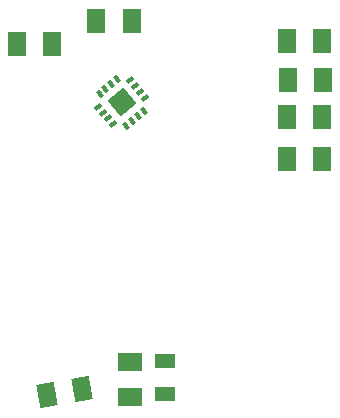
<source format=gbp>
G04 Layer_Color=128*
%FSLAX24Y24*%
%MOIN*%
G70*
G01*
G75*
%ADD12R,0.0591X0.0787*%
%ADD14R,0.0787X0.0591*%
G04:AMPARAMS|DCode=31|XSize=59.1mil|YSize=78.7mil|CornerRadius=0mil|HoleSize=0mil|Usage=FLASHONLY|Rotation=10.000|XOffset=0mil|YOffset=0mil|HoleType=Round|Shape=Rectangle|*
%AMROTATEDRECTD31*
4,1,4,-0.0222,-0.0439,-0.0359,0.0336,0.0222,0.0439,0.0359,-0.0336,-0.0222,-0.0439,0.0*
%
%ADD31ROTATEDRECTD31*%

%ADD32R,0.0689X0.0492*%
G04:AMPARAMS|DCode=33|XSize=14.6mil|YSize=25.6mil|CornerRadius=0mil|HoleSize=0mil|Usage=FLASHONLY|Rotation=130.000|XOffset=0mil|YOffset=0mil|HoleType=Round|Shape=Rectangle|*
%AMROTATEDRECTD33*
4,1,4,0.0145,0.0026,-0.0051,-0.0138,-0.0145,-0.0026,0.0051,0.0138,0.0145,0.0026,0.0*
%
%ADD33ROTATEDRECTD33*%

G04:AMPARAMS|DCode=34|XSize=14.6mil|YSize=25.6mil|CornerRadius=0mil|HoleSize=0mil|Usage=FLASHONLY|Rotation=220.000|XOffset=0mil|YOffset=0mil|HoleType=Round|Shape=Rectangle|*
%AMROTATEDRECTD34*
4,1,4,-0.0026,0.0145,0.0138,-0.0051,0.0026,-0.0145,-0.0138,0.0051,-0.0026,0.0145,0.0*
%
%ADD34ROTATEDRECTD34*%

%ADD35P,0.0974X4X265.0*%
G36*
X13489Y10788D02*
X13338Y10661D01*
X13211Y10812D01*
X13362Y10939D01*
X13489Y10788D01*
D02*
G37*
D12*
X12509Y13500D02*
D03*
X13691D02*
D03*
X11041Y12750D02*
D03*
X9859D02*
D03*
X18859Y8900D02*
D03*
X20041D02*
D03*
X18861Y10300D02*
D03*
X20042D02*
D03*
X18883Y11549D02*
D03*
X20064D02*
D03*
X18859Y12850D02*
D03*
X20041D02*
D03*
D14*
X13632Y959D02*
D03*
Y2141D02*
D03*
D31*
X10850Y1047D02*
D03*
X12013Y1253D02*
D03*
D32*
X14796Y1076D02*
D03*
Y2159D02*
D03*
D33*
X13069Y10063D02*
D03*
X12904Y10259D02*
D03*
X12740Y10455D02*
D03*
X12576Y10651D02*
D03*
X13631Y11537D02*
D03*
X13796Y11341D02*
D03*
X13960Y11145D02*
D03*
X14125Y10949D02*
D03*
D34*
X12613Y11081D02*
D03*
X12809Y11246D02*
D03*
X13005Y11410D02*
D03*
X13201Y11575D02*
D03*
X14087Y10519D02*
D03*
X13891Y10354D02*
D03*
X13695Y10190D02*
D03*
X13499Y10025D02*
D03*
D35*
X13350Y10800D02*
D03*
M02*

</source>
